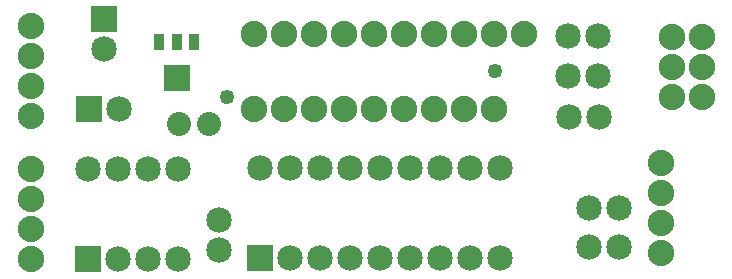
<source format=gts>
G04 MADE WITH FRITZING*
G04 WWW.FRITZING.ORG*
G04 DOUBLE SIDED*
G04 HOLES PLATED*
G04 CONTOUR ON CENTER OF CONTOUR VECTOR*
%ASAXBY*%
%FSLAX23Y23*%
%MOIN*%
%OFA0B0*%
%SFA1.0B1.0*%
%ADD10C,0.049370*%
%ADD11C,0.085000*%
%ADD12C,0.080000*%
%ADD13C,0.088000*%
%ADD14C,0.088007*%
%ADD15R,0.085000X0.085000*%
%ADD16R,0.032835X0.057244*%
%ADD17R,0.088740X0.088740*%
%LNMASK1*%
G90*
G70*
G54D10*
X810Y635D03*
X1702Y721D03*
G54D11*
X919Y96D03*
X1019Y96D03*
X1119Y96D03*
X1219Y96D03*
X1319Y96D03*
X1419Y96D03*
X1519Y96D03*
X1619Y96D03*
X1719Y96D03*
X1719Y396D03*
X1619Y396D03*
X1519Y396D03*
X1419Y396D03*
X1319Y396D03*
X1219Y396D03*
X1119Y396D03*
X1019Y396D03*
X919Y396D03*
X401Y893D03*
X401Y793D03*
X351Y593D03*
X451Y593D03*
X346Y93D03*
X346Y393D03*
X446Y93D03*
X446Y393D03*
X546Y93D03*
X546Y393D03*
X646Y93D03*
X646Y393D03*
G54D12*
X751Y543D03*
X651Y543D03*
G54D11*
X2015Y133D03*
X2115Y133D03*
X2017Y265D03*
X2117Y265D03*
G54D13*
X1801Y843D03*
X1701Y843D03*
X1601Y843D03*
X1501Y843D03*
X1401Y843D03*
X1301Y843D03*
X1201Y843D03*
X1101Y843D03*
X1001Y843D03*
X901Y843D03*
G54D11*
X783Y125D03*
X783Y225D03*
G54D14*
X1701Y593D03*
X1601Y593D03*
X1501Y593D03*
X1401Y593D03*
X1301Y593D03*
X1201Y593D03*
X1101Y593D03*
X1001Y593D03*
X901Y593D03*
G54D11*
X2051Y567D03*
X1951Y567D03*
X2046Y836D03*
X1946Y836D03*
X2046Y703D03*
X1946Y703D03*
G54D13*
X2392Y633D03*
X2392Y733D03*
X2392Y833D03*
X2392Y633D03*
X2392Y733D03*
X2392Y833D03*
X2292Y833D03*
X2292Y733D03*
X2292Y633D03*
X2255Y414D03*
X2255Y314D03*
X2255Y214D03*
X2255Y114D03*
X157Y93D03*
X157Y193D03*
X157Y293D03*
X157Y393D03*
X155Y571D03*
X155Y671D03*
X155Y771D03*
X155Y871D03*
G54D15*
X919Y96D03*
X401Y893D03*
X351Y593D03*
X346Y93D03*
G54D16*
X701Y818D03*
X642Y818D03*
X583Y818D03*
G54D17*
X642Y696D03*
G04 End of Mask1*
M02*
</source>
